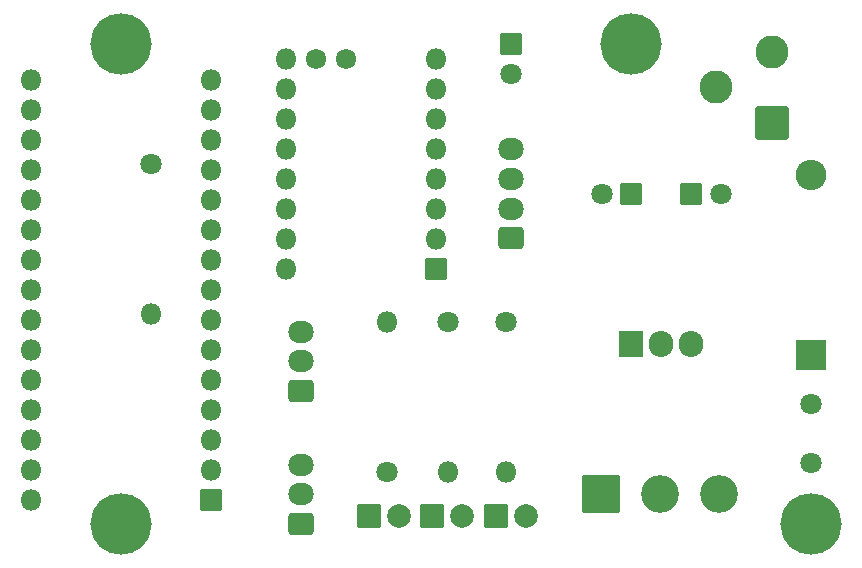
<source format=gbr>
%TF.GenerationSoftware,KiCad,Pcbnew,(6.0.9)*%
%TF.CreationDate,2024-01-01T16:13:25-07:00*%
%TF.ProjectId,Birds Nest,42697264-7320-44e6-9573-742e6b696361,rev?*%
%TF.SameCoordinates,Original*%
%TF.FileFunction,Soldermask,Top*%
%TF.FilePolarity,Negative*%
%FSLAX46Y46*%
G04 Gerber Fmt 4.6, Leading zero omitted, Abs format (unit mm)*
G04 Created by KiCad (PCBNEW (6.0.9)) date 2024-01-01 16:13:25*
%MOMM*%
%LPD*%
G01*
G04 APERTURE LIST*
G04 Aperture macros list*
%AMRoundRect*
0 Rectangle with rounded corners*
0 $1 Rounding radius*
0 $2 $3 $4 $5 $6 $7 $8 $9 X,Y pos of 4 corners*
0 Add a 4 corners polygon primitive as box body*
4,1,4,$2,$3,$4,$5,$6,$7,$8,$9,$2,$3,0*
0 Add four circle primitives for the rounded corners*
1,1,$1+$1,$2,$3*
1,1,$1+$1,$4,$5*
1,1,$1+$1,$6,$7*
1,1,$1+$1,$8,$9*
0 Add four rect primitives between the rounded corners*
20,1,$1+$1,$2,$3,$4,$5,0*
20,1,$1+$1,$4,$5,$6,$7,0*
20,1,$1+$1,$6,$7,$8,$9,0*
20,1,$1+$1,$8,$9,$2,$3,0*%
G04 Aperture macros list end*
%ADD10C,1.800000*%
%ADD11O,1.800000X1.800000*%
%ADD12RoundRect,0.350000X0.725000X-0.600000X0.725000X0.600000X-0.725000X0.600000X-0.725000X-0.600000X0*%
%ADD13O,2.150000X1.900000*%
%ADD14C,2.000000*%
%ADD15RoundRect,0.100000X-0.900000X-0.900000X0.900000X-0.900000X0.900000X0.900000X-0.900000X0.900000X0*%
%ADD16RoundRect,0.100000X0.800000X0.800000X-0.800000X0.800000X-0.800000X-0.800000X0.800000X-0.800000X0*%
%ADD17C,5.200000*%
%ADD18C,1.724000*%
%ADD19RoundRect,0.100000X1.300000X1.300000X-1.300000X1.300000X-1.300000X-1.300000X1.300000X-1.300000X0*%
%ADD20C,2.800000*%
%ADD21RoundRect,0.100000X-0.800000X-0.800000X0.800000X-0.800000X0.800000X0.800000X-0.800000X0.800000X0*%
%ADD22RoundRect,0.100000X-0.800000X0.800000X-0.800000X-0.800000X0.800000X-0.800000X0.800000X0.800000X0*%
%ADD23RoundRect,0.100000X-1.500000X1.500000X-1.500000X-1.500000X1.500000X-1.500000X1.500000X1.500000X0*%
%ADD24C,3.200000*%
%ADD25RoundRect,0.100000X-0.952500X-1.000000X0.952500X-1.000000X0.952500X1.000000X-0.952500X1.000000X0*%
%ADD26O,2.105000X2.200000*%
%ADD27RoundRect,0.100000X1.200000X-1.200000X1.200000X1.200000X-1.200000X1.200000X-1.200000X-1.200000X0*%
%ADD28O,2.600000X2.600000*%
G04 APERTURE END LIST*
D10*
%TO.C,R1K1*%
X124460000Y-81280000D03*
D11*
X124460000Y-93980000D03*
%TD*%
D12*
%TO.C,Stepper1*%
X154940000Y-87570000D03*
D13*
X154940000Y-85070000D03*
X154940000Y-82570000D03*
X154940000Y-80070000D03*
%TD*%
D14*
%TO.C,12V1*%
X150771289Y-111135552D03*
D15*
X148231289Y-111135552D03*
%TD*%
D14*
%TO.C,Status1*%
X145399956Y-111135552D03*
D15*
X142859956Y-111135552D03*
%TD*%
D12*
%TO.C,BreakBeam1*%
X137160000Y-111760000D03*
D13*
X137160000Y-109260000D03*
X137160000Y-106760000D03*
%TD*%
D16*
%TO.C,10uF1*%
X165100000Y-83820000D03*
D10*
X162600000Y-83820000D03*
%TD*%
%TO.C,R2.5K1*%
X144412226Y-107395584D03*
D11*
X144412226Y-94695584D03*
%TD*%
D17*
%TO.C,REF\u002A\u002A*%
X165100000Y-71120000D03*
%TD*%
%TO.C,REF\u002A\u002A*%
X121920000Y-111760000D03*
%TD*%
D16*
%TO.C,DRV8825*%
X148580000Y-90170000D03*
D11*
X148580000Y-87630000D03*
X148580000Y-85090000D03*
X148580000Y-82550000D03*
X148580000Y-80010000D03*
X148580000Y-77470000D03*
X148580000Y-74930000D03*
X148580000Y-72390000D03*
X135880000Y-72390000D03*
X135880000Y-74930000D03*
X135880000Y-77470000D03*
X135880000Y-80010000D03*
X135880000Y-82550000D03*
X135880000Y-85090000D03*
X135880000Y-87630000D03*
X135880000Y-90170000D03*
D18*
X138420000Y-72390000D03*
X140960000Y-72390000D03*
%TD*%
D19*
%TO.C,12vInput1*%
X176977018Y-77824054D03*
D20*
X176977018Y-71824054D03*
X172277018Y-74824054D03*
%TD*%
D21*
%TO.C,100nF1*%
X170180000Y-83820000D03*
D10*
X172680000Y-83820000D03*
%TD*%
D14*
%TO.C,5V1*%
X156207456Y-111135552D03*
D15*
X153667456Y-111135552D03*
%TD*%
D10*
%TO.C,R2.5K2*%
X154508893Y-94688358D03*
D11*
X154508893Y-107388358D03*
%TD*%
D22*
%TO.C,100uF1*%
X154940000Y-71160000D03*
D10*
X154940000Y-73660000D03*
%TD*%
D23*
%TO.C,Speed1*%
X162560000Y-109220000D03*
D24*
X167560000Y-109220000D03*
X172560000Y-109220000D03*
%TD*%
D25*
%TO.C,LM7805*%
X165100000Y-96520000D03*
D26*
X167640000Y-96520000D03*
X170180000Y-96520000D03*
%TD*%
D16*
%TO.C,Nano1*%
X129535000Y-109730000D03*
D11*
X129535000Y-107190000D03*
X129535000Y-104650000D03*
X129535000Y-102110000D03*
X129535000Y-99570000D03*
X129535000Y-97030000D03*
X129535000Y-94490000D03*
X129535000Y-91950000D03*
X129535000Y-89410000D03*
X129535000Y-86870000D03*
X129535000Y-84330000D03*
X129535000Y-81790000D03*
X129535000Y-79250000D03*
X129535000Y-76710000D03*
X129535000Y-74170000D03*
X114295000Y-74170000D03*
X114295000Y-76710000D03*
X114295000Y-79250000D03*
X114295000Y-81790000D03*
X114295000Y-84330000D03*
X114295000Y-86870000D03*
X114295000Y-89410000D03*
X114295000Y-91950000D03*
X114295000Y-94490000D03*
X114295000Y-97030000D03*
X114295000Y-99570000D03*
X114295000Y-102110000D03*
X114295000Y-104650000D03*
X114295000Y-107190000D03*
X114295000Y-109730000D03*
%TD*%
D17*
%TO.C,REF\u002A\u002A*%
X121920000Y-71120000D03*
%TD*%
D10*
%TO.C,R10K1*%
X149613593Y-94688358D03*
D11*
X149613593Y-107388358D03*
%TD*%
D27*
%TO.C,1N4007*%
X180286268Y-97452246D03*
D28*
X180286268Y-82212246D03*
%TD*%
D12*
%TO.C,Accessory1*%
X137160000Y-100519486D03*
D13*
X137160000Y-98019486D03*
X137160000Y-95519486D03*
%TD*%
D10*
%TO.C,0.1uF1*%
X180340000Y-101600000D03*
X180340000Y-106600000D03*
%TD*%
D17*
%TO.C,REF\u002A\u002A*%
X180340000Y-111760000D03*
%TD*%
M02*

</source>
